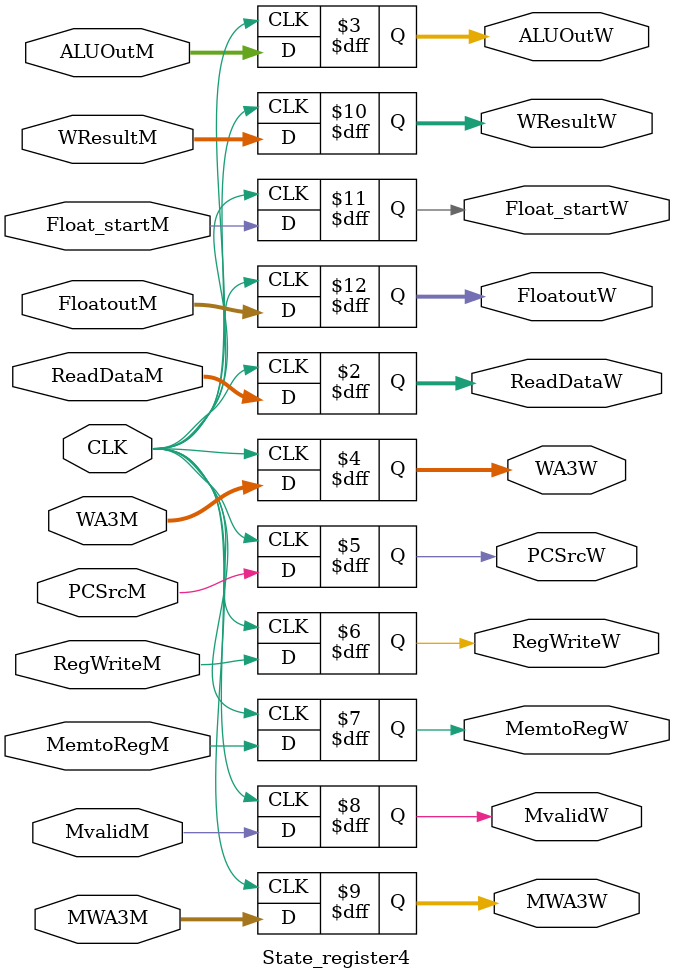
<source format=v>
`timescale 1ns / 1ps


module State_register4(
    input CLK,
    input [31:0] ReadDataM,
    input [31:0] ALUOutM,
    input [3:0] WA3M,
    input PCSrcM,
    input RegWriteM,
    input MemtoRegM,
    input MvalidM,
    input [3:0] MWA3M,    
    input [31:0] WResultM,
    input Float_startM,
    input [31:0] FloatoutM,

    output reg [31:0] ReadDataW,
    output reg [31:0] ALUOutW,
    output reg [3:0] WA3W,
    output reg  PCSrcW,
    output reg  RegWriteW,
    output reg  MemtoRegW,
    output reg MvalidW,
    output reg [3:0] MWA3W,
    output reg [31:0] WResultW,
    output reg Float_startW,
    output reg [31:0] FloatoutW                  
    );
always @(posedge CLK) begin
    ReadDataW<=ReadDataM;
    ALUOutW<=ALUOutM;
    WA3W<=WA3M;
    PCSrcW<=PCSrcM;
    RegWriteW<=RegWriteM;
    MemtoRegW<=MemtoRegM;
    MvalidW<=MvalidM;
    MWA3W<=MWA3M;
    WResultW<=WResultM;
    Float_startW<=Float_startM;
    FloatoutW<=FloatoutM;
end        
endmodule

</source>
